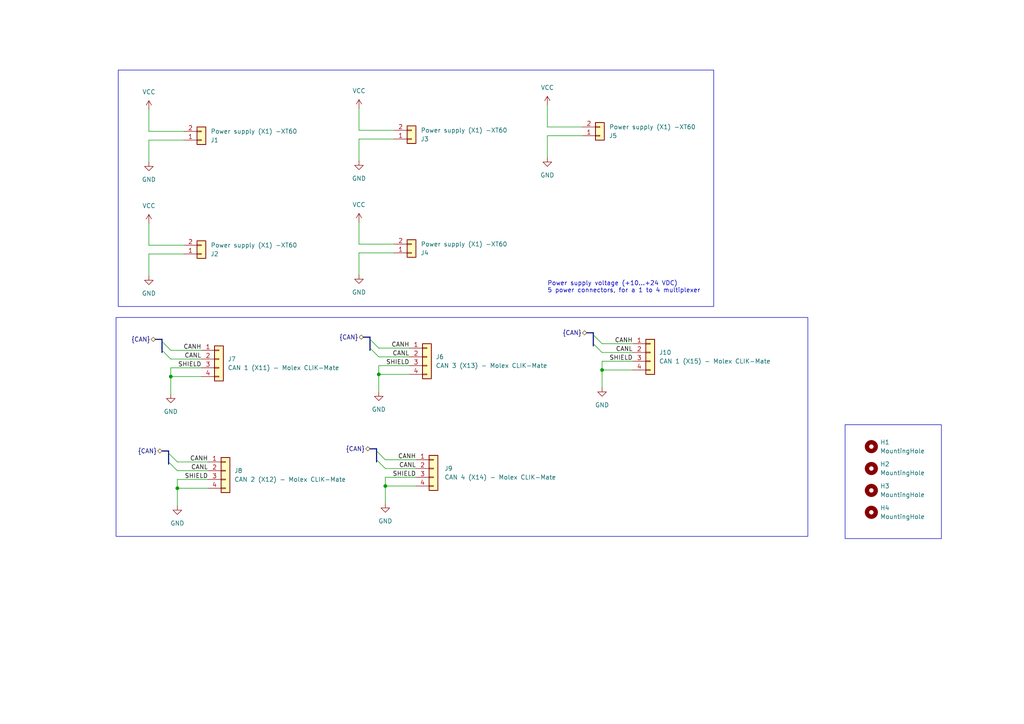
<source format=kicad_sch>
(kicad_sch (version 20230121) (generator eeschema)
  (paper "A4")
  (title_block (title "CAN and Power Multiplexer Overview") (date "04.11.2023") (rev "1") (company "EPFL Xplore") (comment 2 "Authors : Federico Bise"))
  (lib_symbols
    (symbol "Connector_Generic:Conn_01x02" (pin_names (offset 1.016) hide)
      (property "Reference" "J" (at 0 2.54 0))
      (property "Value" "Conn_01x02" (at 0 -5.08 0))
      (symbol "Conn_01x02_1_1"
        (rectangle (start -1.27 -2.413) (end 0 -2.667) (stroke (width 0.1524)))
        (rectangle (start -1.27 0.127) (end 0 -0.127) (stroke (width 0.1524)))
        (rectangle (start -1.27 1.27) (end 1.27 -3.81) (stroke (width 0.254)) (fill (type background)))
        (pin passive line (at -5.08 0 0) (length 3.81) (name "Pin_1") (number "1"))
        (pin passive line (at -5.08 -2.54 0) (length 3.81) (name "Pin_2") (number "2"))
      )
    )
    (symbol "Connector_Generic:Conn_01x04" (pin_names (offset 1.016) hide)
      (property "Reference" "J" (at 0 5.08 0))
      (property "Value" "Conn_01x04" (at 0 -7.62 0))
      (symbol "Conn_01x04_1_1"
        (rectangle (start -1.27 -4.953) (end 0 -5.207) (stroke (width 0.1524)))
        (rectangle (start -1.27 -2.413) (end 0 -2.667) (stroke (width 0.1524)))
        (rectangle (start -1.27 0.127) (end 0 -0.127) (stroke (width 0.1524)))
        (rectangle (start -1.27 2.667) (end 0 2.413) (stroke (width 0.1524)))
        (rectangle (start -1.27 3.81) (end 1.27 -6.35) (stroke (width 0.254)) (fill (type background)))
        (pin passive line (at -5.08 2.54 0) (length 3.81) (name "Pin_1") (number "1"))
        (pin passive line (at -5.08 0 0) (length 3.81) (name "Pin_2") (number "2"))
        (pin passive line (at -5.08 -2.54 0) (length 3.81) (name "Pin_3") (number "3"))
        (pin passive line (at -5.08 -5.08 0) (length 3.81) (name "Pin_4") (number "4"))
      )
    )
    (symbol "Mechanical:MountingHole" (pin_names (offset 1.016))
      (property "Reference" "H" (at 0 5.08 0))
      (property "Value" "MountingHole" (at 0 3.175 0))
      (symbol "MountingHole_0_1"
        (circle (center 0 0) (radius 1.27) (stroke (width 1.27)))
      )
    )
    (symbol "power:GND" (power) (pin_names (offset 0))
      (property "Value" "GND" (at 0 -3.81 0))
      (symbol "GND_0_1"
        (polyline (pts (xy 0 0) (xy 0 -1.27) (xy 1.27 -1.27) (xy 0 -2.54) (xy -1.27 -1.27) (xy 0 -1.27)))
      )
      (symbol "GND_1_1"
        (pin power_in line (at 0 0 270) (length 0) hide (name "GND") (number "1"))
      )
    )
    (symbol "power:VCC" (power) (pin_names (offset 0))
      (property "Value" "VCC" (at 0 3.81 0))
      (symbol "VCC_0_1"
        (polyline (pts (xy -0.762 1.27) (xy 0 2.54)))
        (polyline (pts (xy 0 0) (xy 0 2.54)))
        (polyline (pts (xy 0 2.54) (xy 0.762 1.27)))
      )
      (symbol "VCC_1_1"
        (pin power_in line (at 0 0 90) (length 0) hide (name "VCC") (number "1"))
      )
    )
  )
  (junction (at 111.76 140.97))
  (junction (at 174.625 107.315))
  (junction (at 49.53 109.22))
  (junction (at 109.855 108.585))
  (junction (at 51.435 141.605))
  (bus_entry (at 109.22 133.35) (size 2.54 2.54))
  (bus_entry (at 46.99 101.6) (size 2.54 2.54))
  (bus_entry (at 46.99 99.06) (size 2.54 2.54))
  (bus_entry (at 109.22 130.81) (size 2.54 2.54))
  (bus_entry (at 107.315 100.965) (size 2.54 2.54))
  (bus_entry (at 107.315 98.425) (size 2.54 2.54))
  (bus_entry (at 48.895 133.985) (size 2.54 2.54))
  (bus_entry (at 172.085 99.695) (size 2.54 2.54))
  (bus_entry (at 172.085 97.155) (size 2.54 2.54))
  (bus_entry (at 48.895 131.445) (size 2.54 2.54))
  (bus (pts (xy 107.315 100.965) (xy 107.315 98.425)))
  (bus (pts (xy 172.085 99.695) (xy 172.085 97.155)))
  (wire (pts (xy 104.1201 40.3282) (xy 104.1201 46.6782)))
  (wire (pts (xy 51.435 136.525) (xy 60.325 136.525)))
  (bus (pts (xy 109.22 133.985) (xy 109.22 133.35)))
  (wire (pts (xy 43.18 40.64) (xy 43.18 46.99)))
  (wire (pts (xy 120.65 138.43) (xy 111.76 138.43)))
  (bus (pts (xy 45.085 98.425) (xy 46.99 98.425)))
  (wire (pts (xy 118.745 106.045) (xy 109.855 106.045)))
  (wire (pts (xy 174.625 102.235) (xy 183.515 102.235)))
  (bus (pts (xy 109.22 130.81) (xy 109.22 130.175)))
  (bus (pts (xy 48.895 131.445) (xy 48.895 130.81)))
  (bus (pts (xy 46.99 101.6) (xy 46.99 99.06)))
  (bus (pts (xy 170.18 96.52) (xy 172.085 96.52)))
  (wire (pts (xy 114.2801 40.3282) (xy 104.1201 40.3282)))
  (wire (pts (xy 111.76 140.97) (xy 120.65 140.97)))
  (bus (pts (xy 46.99 99.06) (xy 46.99 98.425)))
  (wire (pts (xy 49.53 101.6) (xy 58.42 101.6)))
  (wire (pts (xy 168.91 39.37) (xy 158.75 39.37)))
  (wire (pts (xy 51.435 133.985) (xy 60.325 133.985)))
  (wire (pts (xy 111.76 146.05) (xy 111.76 140.97)))
  (wire (pts (xy 109.855 113.665) (xy 109.855 108.585)))
  (wire (pts (xy 109.855 100.965) (xy 118.745 100.965)))
  (wire (pts (xy 49.53 106.68) (xy 49.53 109.22)))
  (bus (pts (xy 109.22 133.35) (xy 109.22 130.81)))
  (wire (pts (xy 111.76 135.89) (xy 120.65 135.89)))
  (wire (pts (xy 104.1201 73.3482) (xy 104.1201 79.6982)))
  (wire (pts (xy 51.435 146.685) (xy 51.435 141.605)))
  (wire (pts (xy 104.1201 31.4382) (xy 104.1201 37.7882)))
  (wire (pts (xy 111.76 138.43) (xy 111.76 140.97)))
  (wire (pts (xy 51.435 139.065) (xy 51.435 141.605)))
  (wire (pts (xy 114.2801 73.3482) (xy 104.1201 73.3482)))
  (wire (pts (xy 43.18 31.75) (xy 43.18 38.1)))
  (wire (pts (xy 60.325 139.065) (xy 51.435 139.065)))
  (wire (pts (xy 109.855 108.585) (xy 118.745 108.585)))
  (bus (pts (xy 107.315 98.425) (xy 107.315 97.79)))
  (wire (pts (xy 174.625 107.315) (xy 183.515 107.315)))
  (wire (pts (xy 174.625 99.695) (xy 183.515 99.695)))
  (wire (pts (xy 104.1201 37.7882) (xy 114.2801 37.7882)))
  (wire (pts (xy 49.53 104.14) (xy 58.42 104.14)))
  (wire (pts (xy 43.18 71.12) (xy 53.34 71.12)))
  (wire (pts (xy 174.625 112.395) (xy 174.625 107.315)))
  (wire (pts (xy 43.18 73.66) (xy 43.18 80.01)))
  (bus (pts (xy 48.895 134.62) (xy 48.895 133.985)))
  (wire (pts (xy 49.53 109.22) (xy 58.42 109.22)))
  (wire (pts (xy 111.76 133.35) (xy 120.65 133.35)))
  (wire (pts (xy 158.75 39.37) (xy 158.75 45.72)))
  (wire (pts (xy 43.18 64.77) (xy 43.18 71.12)))
  (bus (pts (xy 107.315 101.6) (xy 107.315 100.965)))
  (wire (pts (xy 109.855 103.505) (xy 118.745 103.505)))
  (wire (pts (xy 174.625 104.775) (xy 174.625 107.315)))
  (bus (pts (xy 46.99 102.235) (xy 46.99 101.6)))
  (wire (pts (xy 53.34 73.66) (xy 43.18 73.66)))
  (wire (pts (xy 109.855 106.045) (xy 109.855 108.585)))
  (wire (pts (xy 104.1201 64.4582) (xy 104.1201 70.8082)))
  (bus (pts (xy 172.085 100.33) (xy 172.085 99.695)))
  (bus (pts (xy 48.895 133.985) (xy 48.895 131.445)))
  (bus (pts (xy 172.085 97.155) (xy 172.085 96.52)))
  (wire (pts (xy 158.75 30.48) (xy 158.75 36.83)))
  (wire (pts (xy 158.75 36.83) (xy 168.91 36.83)))
  (wire (pts (xy 58.42 106.68) (xy 49.53 106.68)))
  (wire (pts (xy 49.53 114.3) (xy 49.53 109.22)))
  (bus (pts (xy 107.315 130.175) (xy 109.22 130.175)))
  (wire (pts (xy 51.435 141.605) (xy 60.325 141.605)))
  (wire (pts (xy 183.515 104.775) (xy 174.625 104.775)))
  (wire (pts (xy 104.1201 70.8082) (xy 114.2801 70.8082)))
  (wire (pts (xy 43.18 38.1) (xy 53.34 38.1)))
  (wire (pts (xy 53.34 40.64) (xy 43.18 40.64)))
  (bus (pts (xy 46.99 130.81) (xy 48.895 130.81)))
  (bus (pts (xy 105.41 97.79) (xy 107.315 97.79)))
  (rectangle (start 245.11 123.19) (end 273.05 156.21))
  (rectangle (start 33.655 92.075) (end 234.315 155.575))
  (rectangle (start 34.29 20.32) (end 207.01 88.9))
  (text "Power supply voltage (+10...+24 VDC)\n5 power connectors, for a 1 to 4 multiplexer " (at 158.75 85.09 0) (effects (font (size 1.27 1.27)) (justify left bottom)))
  (label "SHIELD" (at 118.745 106.045 180))
  (label "CANL" (at 58.42 104.14 180))
  (label "CANL" (at 183.515 102.235 180))
  (label "SHIELD" (at 120.65 138.43 180))
  (label "SHIELD" (at 183.515 104.775 180))
  (label "CANL" (at 60.325 136.525 180))
  (label "CANL" (at 118.745 103.505 180))
  (label "CANH" (at 60.325 133.985 180))
  (label "CANL" (at 120.65 135.89 180))
  (label "CANH" (at 58.42 101.6 180))
  (label "SHIELD" (at 58.42 106.68 180))
  (label "CANH" (at 183.515 99.695 180))
  (label "CANH" (at 118.745 100.965 180))
  (label "SHIELD" (at 60.325 139.065 180))
  (label "CANH" (at 120.65 133.35 180))
  (hierarchical_label "{CAN}" (shape bidirectional) (at 45.085 98.425 180))
  (hierarchical_label "{CAN}" (shape bidirectional) (at 105.41 97.79 180))
  (hierarchical_label "{CAN}" (shape bidirectional) (at 107.315 130.175 180))
  (hierarchical_label "{CAN}" (shape bidirectional) (at 170.18 96.52 180))
  (hierarchical_label "{CAN}" (shape bidirectional) (at 46.99 130.81 180))
  (symbol (lib_id "power:VCC") (at 104.1201 31.4382 0) (unit 1)
    (property "Reference" "#PWR05" (effects hide))
    (property "Value" "VCC" (at 104.1201 26.3582 0))
  )
  (symbol (lib_id "Mechanical:MountingHole") (at 252.73 148.59 0) (unit 1)
    (property "Reference" "H4" (at 255.27 147.32 0) (effects (justify left)))
    (property "Value" "MountingHole" (at 255.27 149.86 0) (effects (justify left)))
    (property "Footprint" "MountingHole:MountingHole_2.2mm_M2" (effects hide))
  )
  (symbol (lib_id "power:GND") (at 49.53 114.3 0) (unit 1)
    (property "Reference" "#PWR012" (effects hide))
    (property "Value" "GND" (at 49.53 119.38 0))
  )
  (symbol (lib_id "power:VCC") (at 158.75 30.48 0) (unit 1)
    (property "Reference" "#PWR09" (effects hide))
    (property "Value" "VCC" (at 158.75 25.4 0))
  )
  (symbol (lib_id "Mechanical:MountingHole") (at 252.73 135.89 0) (unit 1)
    (property "Reference" "H2" (at 255.27 134.62 0) (effects (justify left)))
    (property "Value" "MountingHole" (at 255.27 137.16 0) (effects (justify left)))
    (property "Footprint" "MountingHole:MountingHole_2.2mm_M2" (effects hide))
  )
  (symbol (lib_id "power:GND") (at 51.435 146.685 0) (unit 1)
    (property "Reference" "#PWR013" (effects hide))
    (property "Value" "GND" (at 51.435 151.765 0))
  )
  (symbol (lib_id "power:GND") (at 104.1201 46.6782 0) (unit 1)
    (property "Reference" "#PWR06" (effects hide))
    (property "Value" "GND" (at 104.1201 51.7582 0))
  )
  (symbol (lib_id "power:GND") (at 111.76 146.05 0) (unit 1)
    (property "Reference" "#PWR014" (effects hide))
    (property "Value" "GND" (at 111.76 151.13 0))
  )
  (symbol (lib_id "Connector_Generic:Conn_01x04") (at 65.405 136.525 0) (unit 1)
    (property "Reference" "J8" (at 67.945 136.525 0) (effects (justify left)))
    (property "Value" "CAN 2 (X12) - Molex CLIK-Mate" (at 67.945 139.065 0) (effects (justify left)))
    (property "Footprint" "0_connectors:MOLEX_5025840460" (effects hide))
    (property "Datasheet" "https://www.molex.com/webdocs/datasheets/pdf/en-us/5025840460_PCB_RECEPTACLES.pdf" (effects hide))
    (property "Distributor" "Mouser" (effects hide))
    (property "Distributor ref" "538-502584-0460" (effects hide))
    (property "Manufacturer ref" "502584-0460" (effects hide))
  )
  (symbol (lib_id "Connector_Generic:Conn_01x04") (at 188.595 102.235 0) (unit 1)
    (property "Reference" "J10" (at 191.135 102.235 0) (effects (justify left)))
    (property "Value" "CAN 1 (X15) - Molex CLIK-Mate" (at 191.135 104.775 0) (effects (justify left)))
    (property "Footprint" "0_connectors:MOLEX_5025840460" (effects hide))
    (property "Datasheet" "https://www.molex.com/webdocs/datasheets/pdf/en-us/5025840460_PCB_RECEPTACLES.pdf" (effects hide))
    (property "Distributor" "Mouser" (effects hide))
    (property "Distributor ref" "538-502584-0460" (effects hide))
    (property "Manufacturer ref" "502584-0460" (effects hide))
  )
  (symbol (lib_id "power:GND") (at 174.625 112.395 0) (unit 1)
    (property "Reference" "#PWR015" (effects hide))
    (property "Value" "GND" (at 174.625 117.475 0))
  )
  (symbol (lib_id "Mechanical:MountingHole") (at 252.73 129.54 0) (unit 1)
    (property "Reference" "H1" (at 255.27 128.27 0) (effects (justify left)))
    (property "Value" "MountingHole" (at 255.27 130.81 0) (effects (justify left)))
    (property "Footprint" "MountingHole:MountingHole_2.2mm_M2" (effects hide))
  )
  (symbol (lib_id "power:VCC") (at 43.18 31.75 0) (unit 1)
    (property "Reference" "#PWR01" (effects hide))
    (property "Value" "VCC" (at 43.18 26.67 0))
  )
  (symbol (lib_id "Connector_Generic:Conn_01x02") (at 58.42 73.66 0) (mirror x) (unit 1)
    (property "Reference" "J2" (at 62.23 73.66 0))
    (property "Value" "Power supply (X1) -XT60" (at 73.66 71.12 0))
    (property "Footprint" "Connector_AMASS:AMASS_XT60-M_1x02_P7.20mm_Vertical" (effects hide))
  )
  (symbol (lib_id "Connector_Generic:Conn_01x04") (at 63.5 104.14 0) (unit 1)
    (property "Reference" "J7" (at 66.04 104.1399 0) (effects (justify left)))
    (property "Value" "CAN 1 (X11) - Molex CLIK-Mate" (at 66.04 106.6799 0) (effects (justify left)))
    (property "Footprint" "0_connectors:MOLEX_5025840460" (effects hide))
    (property "Datasheet" "https://www.molex.com/webdocs/datasheets/pdf/en-us/5025840460_PCB_RECEPTACLES.pdf" (effects hide))
    (property "Distributor" "Mouser" (effects hide))
    (property "Distributor ref" "538-502584-0460" (effects hide))
    (property "Manufacturer ref" "502584-0460" (effects hide))
  )
  (symbol (lib_id "Connector_Generic:Conn_01x02") (at 119.3601 73.3482 0) (mirror x) (unit 1)
    (property "Reference" "J4" (at 123.1701 73.3482 0))
    (property "Value" "Power supply (X1) -XT60" (at 134.6001 70.8082 0))
    (property "Footprint" "Connector_AMASS:AMASS_XT60-M_1x02_P7.20mm_Vertical" (effects hide))
  )
  (symbol (lib_id "Mechanical:MountingHole") (at 252.73 142.24 0) (unit 1)
    (property "Reference" "H3" (at 255.27 140.97 0) (effects (justify left)))
    (property "Value" "MountingHole" (at 255.27 143.51 0) (effects (justify left)))
    (property "Footprint" "MountingHole:MountingHole_2.2mm_M2" (effects hide))
  )
  (symbol (lib_id "power:GND") (at 104.1201 79.6982 0) (unit 1)
    (property "Reference" "#PWR08" (effects hide))
    (property "Value" "GND" (at 104.1201 84.7782 0))
  )
  (symbol (lib_id "Connector_Generic:Conn_01x04") (at 123.825 103.505 0) (unit 1)
    (property "Reference" "J6" (at 126.365 103.505 0) (effects (justify left)))
    (property "Value" "CAN 3 (X13) - Molex CLIK-Mate" (at 126.365 106.045 0) (effects (justify left)))
    (property "Footprint" "0_connectors:MOLEX_5025840460" (effects hide))
    (property "Datasheet" "https://www.molex.com/webdocs/datasheets/pdf/en-us/5025840460_PCB_RECEPTACLES.pdf" (effects hide))
    (property "Distributor" "Mouser" (effects hide))
    (property "Distributor ref" "538-502584-0460" (effects hide))
    (property "Manufacturer ref" "502584-0460" (effects hide))
  )
  (symbol (lib_id "power:GND") (at 43.18 46.99 0) (unit 1)
    (property "Reference" "#PWR02" (effects hide))
    (property "Value" "GND" (at 43.18 52.07 0))
  )
  (symbol (lib_id "Connector_Generic:Conn_01x02") (at 58.42 40.64 0) (mirror x) (unit 1)
    (property "Reference" "J1" (at 62.23 40.64 0))
    (property "Value" "Power supply (X1) -XT60" (at 73.66 38.1 0))
    (property "Footprint" "Connector_AMASS:AMASS_XT60-M_1x02_P7.20mm_Vertical" (effects hide))
  )
  (symbol (lib_id "power:GND") (at 43.18 80.01 0) (unit 1)
    (property "Reference" "#PWR04" (effects hide))
    (property "Value" "GND" (at 43.18 85.09 0))
  )
  (symbol (lib_id "power:VCC") (at 104.1201 64.4582 0) (unit 1)
    (property "Reference" "#PWR07" (effects hide))
    (property "Value" "VCC" (at 104.1201 59.3782 0))
  )
  (symbol (lib_id "power:VCC") (at 43.18 64.77 0) (unit 1)
    (property "Reference" "#PWR03" (effects hide))
    (property "Value" "VCC" (at 43.18 59.69 0))
  )
  (symbol (lib_id "Connector_Generic:Conn_01x02") (at 119.3601 40.3282 0) (mirror x) (unit 1)
    (property "Reference" "J3" (at 123.1701 40.3282 0))
    (property "Value" "Power supply (X1) -XT60" (at 134.6001 37.7882 0))
    (property "Footprint" "Connector_AMASS:AMASS_XT60-M_1x02_P7.20mm_Vertical" (effects hide))
  )
  (symbol (lib_id "Connector_Generic:Conn_01x02") (at 173.99 39.37 0) (mirror x) (unit 1)
    (property "Reference" "J5" (at 177.8 39.37 0))
    (property "Value" "Power supply (X1) -XT60" (at 189.23 36.83 0))
    (property "Footprint" "Connector_AMASS:AMASS_XT60-M_1x02_P7.20mm_Vertical" (effects hide))
  )
  (symbol (lib_id "power:GND") (at 158.75 45.72 0) (unit 1)
    (property "Reference" "#PWR010" (effects hide))
    (property "Value" "GND" (at 158.75 50.8 0))
  )
  (symbol (lib_id "Connector_Generic:Conn_01x04") (at 125.73 135.89 0) (unit 1)
    (property "Reference" "J9" (at 128.905 135.89 0) (effects (justify left)))
    (property "Value" "CAN 4 (X14) - Molex CLIK-Mate" (at 128.905 138.43 0) (effects (justify left)))
    (property "Footprint" "0_connectors:MOLEX_5025840460" (effects hide))
    (property "Datasheet" "https://www.molex.com/webdocs/datasheets/pdf/en-us/5025840460_PCB_RECEPTACLES.pdf" (effects hide))
    (property "Distributor" "Mouser" (effects hide))
    (property "Distributor ref" "538-502584-0460" (effects hide))
    (property "Manufacturer ref" "502584-0460" (effects hide))
  )
  (symbol (lib_id "power:GND") (at 109.855 113.665 0) (unit 1)
    (property "Reference" "#PWR011" (effects hide))
    (property "Value" "GND" (at 109.855 118.745 0))
  )
)
</source>
